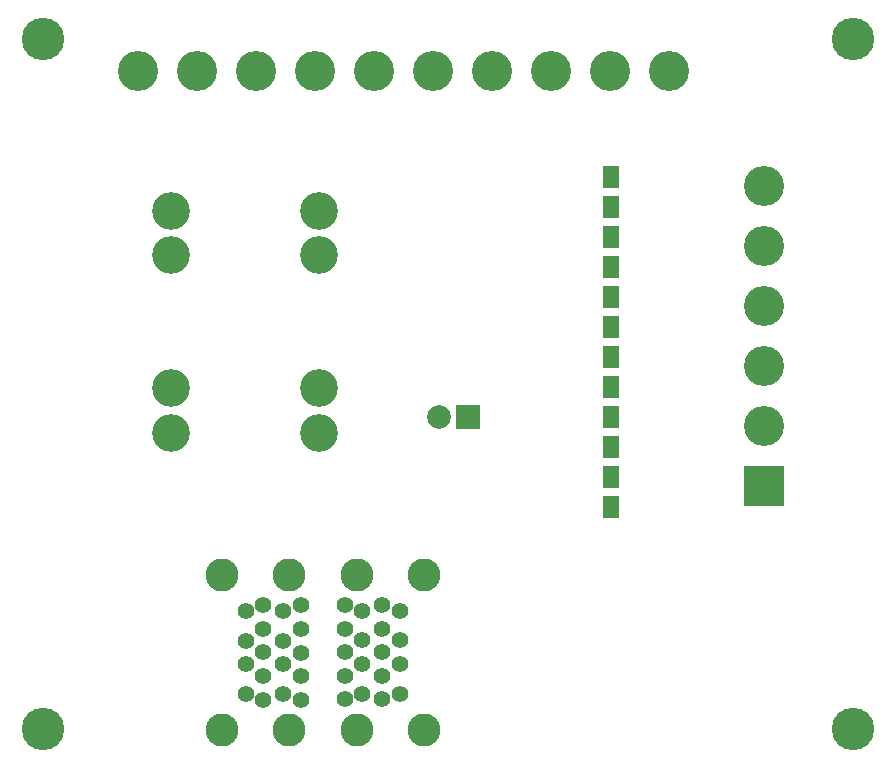
<source format=gbr>
G04 #@! TF.FileFunction,Soldermask,Bot*
%FSLAX46Y46*%
G04 Gerber Fmt 4.6, Leading zero omitted, Abs format (unit mm)*
G04 Created by KiCad (PCBNEW 4.0.7) date 05/16/18 04:16:24*
%MOMM*%
%LPD*%
G01*
G04 APERTURE LIST*
%ADD10C,0.100000*%
%ADD11C,3.600000*%
%ADD12R,2.000000X2.000000*%
%ADD13C,2.000000*%
%ADD14C,2.800000*%
%ADD15C,1.400000*%
%ADD16R,3.400000X3.400000*%
%ADD17C,3.400000*%
%ADD18C,3.200000*%
%ADD19R,1.400000X1.924000*%
G04 APERTURE END LIST*
D10*
D11*
X88900000Y-129540000D03*
X88900000Y-71120000D03*
X157480000Y-129540000D03*
D12*
X124928000Y-103124000D03*
D13*
X122428000Y-103124000D03*
D14*
X104089272Y-129604668D03*
X109769272Y-129604668D03*
X109769272Y-116464668D03*
X104099272Y-116464668D03*
D15*
X106089272Y-119534668D03*
X106089272Y-126534668D03*
X106089272Y-124034668D03*
X106089272Y-122034668D03*
X107589272Y-119034668D03*
X107589272Y-121034668D03*
X107589272Y-123024668D03*
X107589272Y-125034668D03*
X107589272Y-127034668D03*
X109289272Y-126534668D03*
X109289272Y-124034668D03*
X109289272Y-122034668D03*
X109289272Y-119534668D03*
X110789272Y-119034668D03*
X110789272Y-121034668D03*
X110789272Y-123034668D03*
X110789272Y-125034668D03*
X110789272Y-127034668D03*
D14*
X121170272Y-129572668D03*
X115490272Y-129572668D03*
X115490272Y-116432668D03*
X121160272Y-116432668D03*
D15*
X119170272Y-119502668D03*
X119170272Y-126502668D03*
X119170272Y-124002668D03*
X119170272Y-122002668D03*
X117670272Y-119002668D03*
X117670272Y-121002668D03*
X117670272Y-122992668D03*
X117670272Y-125002668D03*
X117670272Y-127002668D03*
X115970272Y-126502668D03*
X115970272Y-124002668D03*
X115970272Y-122002668D03*
X115970272Y-119502668D03*
X114470272Y-119002668D03*
X114470272Y-121002668D03*
X114470272Y-123002668D03*
X114470272Y-125002668D03*
X114470272Y-127002668D03*
D16*
X149987000Y-108966000D03*
D17*
X149987000Y-103886000D03*
X149987000Y-98806000D03*
X149987000Y-93726000D03*
X149987000Y-88646000D03*
X149987000Y-83566000D03*
D18*
X99768000Y-85608000D03*
X99768000Y-89408000D03*
X112268000Y-85608000D03*
X112268000Y-89408000D03*
X99768000Y-100608000D03*
X99768000Y-104408000D03*
X112268000Y-100608000D03*
X112268000Y-104408000D03*
D17*
X96967000Y-73787000D03*
X101957000Y-73797000D03*
X106957000Y-73797000D03*
X111967000Y-73787000D03*
X116967000Y-73787000D03*
X121957000Y-73797000D03*
X126957000Y-73797000D03*
X131967000Y-73787000D03*
X136967000Y-73787000D03*
X141967000Y-73787000D03*
D19*
X137033000Y-82804000D03*
X137033000Y-85344000D03*
X137033000Y-87884000D03*
X137033000Y-90424000D03*
X137033000Y-95504000D03*
X137033000Y-100584000D03*
X137033000Y-92964000D03*
X137033000Y-98044000D03*
X137033000Y-110744000D03*
X137033000Y-103124000D03*
X137033000Y-105664000D03*
X137033000Y-108204000D03*
D11*
X157480000Y-71120000D03*
M02*

</source>
